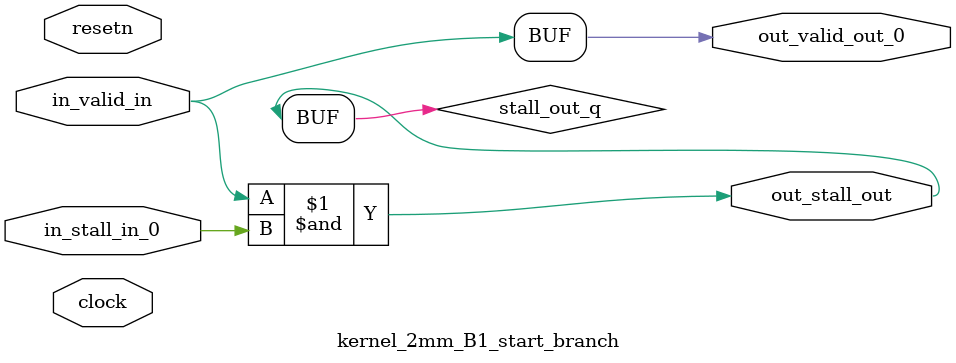
<source format=sv>



(* altera_attribute = "-name AUTO_SHIFT_REGISTER_RECOGNITION OFF; -name MESSAGE_DISABLE 10036; -name MESSAGE_DISABLE 10037; -name MESSAGE_DISABLE 14130; -name MESSAGE_DISABLE 14320; -name MESSAGE_DISABLE 15400; -name MESSAGE_DISABLE 14130; -name MESSAGE_DISABLE 10036; -name MESSAGE_DISABLE 12020; -name MESSAGE_DISABLE 12030; -name MESSAGE_DISABLE 12010; -name MESSAGE_DISABLE 12110; -name MESSAGE_DISABLE 14320; -name MESSAGE_DISABLE 13410; -name MESSAGE_DISABLE 113007; -name MESSAGE_DISABLE 10958" *)
module kernel_2mm_B1_start_branch (
    input wire [0:0] in_stall_in_0,
    input wire [0:0] in_valid_in,
    output wire [0:0] out_stall_out,
    output wire [0:0] out_valid_out_0,
    input wire clock,
    input wire resetn
    );

    wire [0:0] stall_out_q;


    // stall_out(LOGICAL,6)
    assign stall_out_q = in_valid_in & in_stall_in_0;

    // out_stall_out(GPOUT,4)
    assign out_stall_out = stall_out_q;

    // out_valid_out_0(GPOUT,5)
    assign out_valid_out_0 = in_valid_in;

endmodule

</source>
